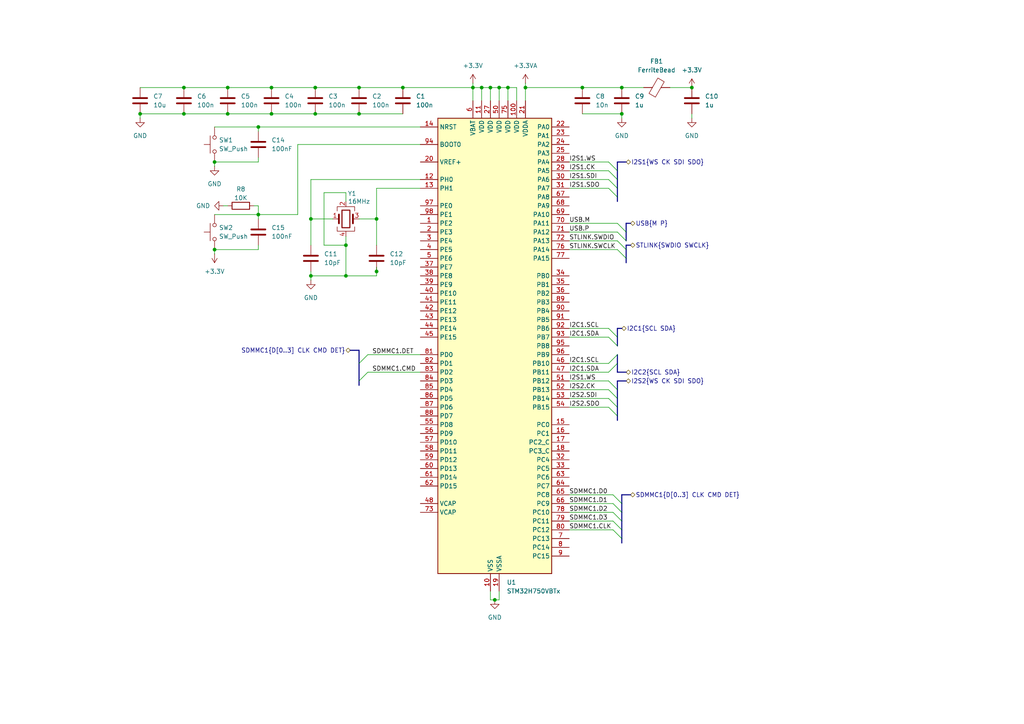
<source format=kicad_sch>
(kicad_sch (version 20250114) (generator "eeschema") (generator_version "9.0")
  (paper "A4")
  (lib_symbols
    (symbol "Device:C" (pin_numbers (hide yes)) (pin_names (offset 0.254))
      (property "Reference" "C" (at 0.635 2.54 0))
      (property "Value" "C" (at 0.635 -2.54 0))
      (symbol "C_0_1"
        (polyline (pts (xy -2.032 0.762) (xy 2.032 0.762)) (stroke (width 0.508)))
        (polyline (pts (xy -2.032 -0.762) (xy 2.032 -0.762)) (stroke (width 0.508)))
      )
      (symbol "C_1_1"
        (pin passive line (at 0 3.81 270) (length 2.794) (name "~") (number "1"))
        (pin passive line (at 0 -3.81 90) (length 2.794) (name "~") (number "2"))
      )
    )
    (symbol "Device:Crystal_GND24" (pin_names (offset 1.016) (hide yes))
      (property "Reference" "Y" (at 3.175 5.08 0))
      (property "Value" "Crystal_GND24" (at 3.175 3.175 0))
      (symbol "Crystal_GND24_0_1"
        (polyline (pts (xy -2.54 2.286) (xy -2.54 3.556) (xy 2.54 3.556) (xy 2.54 2.286)))
        (polyline (pts (xy -2.54 0) (xy -2.032 0)))
        (polyline (pts (xy -2.54 -2.286) (xy -2.54 -3.556) (xy 2.54 -3.556) (xy 2.54 -2.286)))
        (polyline (pts (xy -2.032 -1.27) (xy -2.032 1.27)) (stroke (width 0.508)))
        (rectangle (start -1.143 2.54) (end 1.143 -2.54) (stroke (width 0.3048)))
        (polyline (pts (xy 0 3.556) (xy 0 3.81)))
        (polyline (pts (xy 0 -3.81) (xy 0 -3.556)))
        (polyline (pts (xy 2.032 0) (xy 2.54 0)))
        (polyline (pts (xy 2.032 -1.27) (xy 2.032 1.27)) (stroke (width 0.508)))
      )
      (symbol "Crystal_GND24_1_1"
        (pin passive line (at -3.81 0 0) (length 1.27) (name "1") (number "1"))
        (pin passive line (at 0 5.08 270) (length 1.27) (name "2") (number "2"))
        (pin passive line (at 0 -5.08 90) (length 1.27) (name "4") (number "4"))
        (pin passive line (at 3.81 0 180) (length 1.27) (name "3") (number "3"))
      )
    )
    (symbol "Device:FerriteBead" (pin_numbers (hide yes)) (pin_names (offset 0))
      (property "Reference" "FB" (at -3.81 0.635 90))
      (property "Value" "FerriteBead" (at 3.81 0 90))
      (symbol "FerriteBead_0_1"
        (polyline (pts (xy -2.7686 0.4064) (xy -1.7018 2.2606) (xy 2.7686 -0.3048) (xy 1.6764 -2.159) (xy -2.7686 0.4064)))
        (polyline (pts (xy 0 1.27) (xy 0 1.2954)))
        (polyline (pts (xy 0 -1.27) (xy 0 -1.2192)))
      )
      (symbol "FerriteBead_1_1"
        (pin passive line (at 0 3.81 270) (length 2.54) (name "~") (number "1"))
        (pin passive line (at 0 -3.81 90) (length 2.54) (name "~") (number "2"))
      )
    )
    (symbol "Device:R" (pin_numbers (hide yes)) (pin_names (offset 0))
      (property "Reference" "R" (at 2.032 0 90))
      (property "Value" "R" (at 0 0 90))
      (symbol "R_0_1"
        (rectangle (start -1.016 -2.54) (end 1.016 2.54) (stroke (width 0.254)))
      )
      (symbol "R_1_1"
        (pin passive line (at 0 3.81 270) (length 1.27) (name "~") (number "1"))
        (pin passive line (at 0 -3.81 90) (length 1.27) (name "~") (number "2"))
      )
    )
    (symbol "MCU_ST_STM32H7:STM32H750VBTx"
      (property "Reference" "U" (at -15.24 67.31 0))
      (property "Value" "STM32H750VBTx" (at 12.7 67.31 0))
      (symbol "STM32H750VBTx_0_1"
        (rectangle (start -15.24 -66.04) (end 17.78 66.04) (stroke (width 0.254)) (fill (type background)))
      )
      (symbol "STM32H750VBTx_1_1"
        (pin input line (at -20.32 63.5 0) (length 5.08) (name "NRST") (number "14"))
        (pin input line (at -20.32 58.42 0) (length 5.08) (name "BOOT0") (number "94"))
        (pin input line (at -20.32 53.34 0) (length 5.08) (name "VREF+") (number "20"))
        (pin bidirectional line (at -20.32 48.26 0) (length 5.08) (name "PH0") (number "12"))
        (pin bidirectional line (at -20.32 45.72 0) (length 5.08) (name "PH1") (number "13"))
        (pin bidirectional line (at -20.32 40.64 0) (length 5.08) (name "PE0") (number "97"))
        (pin bidirectional line (at -20.32 38.1 0) (length 5.08) (name "PE1") (number "98"))
        (pin bidirectional line (at -20.32 35.56 0) (length 5.08) (name "PE2") (number "1"))
        (pin bidirectional line (at -20.32 33.02 0) (length 5.08) (name "PE3") (number "2"))
        (pin bidirectional line (at -20.32 30.48 0) (length 5.08) (name "PE4") (number "3"))
        (pin bidirectional line (at -20.32 27.94 0) (length 5.08) (name "PE5") (number "4"))
        (pin bidirectional line (at -20.32 25.4 0) (length 5.08) (name "PE6") (number "5"))
        (pin bidirectional line (at -20.32 22.86 0) (length 5.08) (name "PE7") (number "37"))
        (pin bidirectional line (at -20.32 20.32 0) (length 5.08) (name "PE8") (number "38"))
        (pin bidirectional line (at -20.32 17.78 0) (length 5.08) (name "PE9") (number "39"))
        (pin bidirectional line (at -20.32 15.24 0) (length 5.08) (name "PE10") (number "40"))
        (pin bidirectional line (at -20.32 12.7 0) (length 5.08) (name "PE11") (number "41"))
        (pin bidirectional line (at -20.32 10.16 0) (length 5.08) (name "PE12") (number "42"))
        (pin bidirectional line (at -20.32 7.62 0) (length 5.08) (name "PE13") (number "43"))
        (pin bidirectional line (at -20.32 5.08 0) (length 5.08) (name "PE14") (number "44"))
        (pin bidirectional line (at -20.32 2.54 0) (length 5.08) (name "PE15") (number "45"))
        (pin bidirectional line (at -20.32 -2.54 0) (length 5.08) (name "PD0") (number "81"))
        (pin bidirectional line (at -20.32 -5.08 0) (length 5.08) (name "PD1") (number "82"))
        (pin bidirectional line (at -20.32 -7.62 0) (length 5.08) (name "PD2") (number "83"))
        (pin bidirectional line (at -20.32 -10.16 0) (length 5.08) (name "PD3") (number "84"))
        (pin bidirectional line (at -20.32 -12.7 0) (length 5.08) (name "PD4") (number "85"))
        (pin bidirectional line (at -20.32 -15.24 0) (length 5.08) (name "PD5") (number "86"))
        (pin bidirectional line (at -20.32 -17.78 0) (length 5.08) (name "PD6") (number "87"))
        (pin bidirectional line (at -20.32 -20.32 0) (length 5.08) (name "PD7") (number "88"))
        (pin bidirectional line (at -20.32 -22.86 0) (length 5.08) (name "PD8") (number "55"))
        (pin bidirectional line (at -20.32 -25.4 0) (length 5.08) (name "PD9") (number "56"))
        (pin bidirectional line (at -20.32 -27.94 0) (length 5.08) (name "PD10") (number "57"))
        (pin bidirectional line (at -20.32 -30.48 0) (length 5.08) (name "PD11") (number "58"))
        (pin bidirectional line (at -20.32 -33.02 0) (length 5.08) (name "PD12") (number "59"))
        (pin bidirectional line (at -20.32 -35.56 0) (length 5.08) (name "PD13") (number "60"))
        (pin bidirectional line (at -20.32 -38.1 0) (length 5.08) (name "PD14") (number "61"))
        (pin bidirectional line (at -20.32 -40.64 0) (length 5.08) (name "PD15") (number "62"))
        (pin power_out line (at -20.32 -45.72 0) (length 5.08) (name "VCAP") (number "48"))
        (pin power_out line (at -20.32 -48.26 0) (length 5.08) (name "VCAP") (number "73"))
        (pin power_in line (at -5.08 71.12 270) (length 5.08) (name "VBAT") (number "6"))
        (pin power_in line (at -2.54 71.12 270) (length 5.08) (name "VDD") (number "11"))
        (pin power_in line (at 0 71.12 270) (length 5.08) (name "VDD") (number "27"))
        (pin power_in line (at 0 -71.12 90) (length 5.08) (name "VSS") (number "10"))
        (pin passive line (at 0 -71.12 90) (length 5.08) (hide yes) (name "VSS") (number "26"))
        (pin passive line (at 0 -71.12 90) (length 5.08) (hide yes) (name "VSS") (number "49"))
        (pin passive line (at 0 -71.12 90) (length 5.08) (hide yes) (name "VSS") (number "74"))
        (pin passive line (at 0 -71.12 90) (length 5.08) (hide yes) (name "VSS") (number "99"))
        (pin power_in line (at 2.54 71.12 270) (length 5.08) (name "VDD") (number "50"))
        (pin power_in line (at 2.54 -71.12 90) (length 5.08) (name "VSSA") (number "19"))
        (pin power_in line (at 5.08 71.12 270) (length 5.08) (name "VDD") (number "75"))
        (pin power_in line (at 7.62 71.12 270) (length 5.08) (name "VDD") (number "100"))
        (pin power_in line (at 10.16 71.12 270) (length 5.08) (name "VDDA") (number "21"))
        (pin bidirectional line (at 22.86 63.5 180) (length 5.08) (name "PA0") (number "22"))
        (pin bidirectional line (at 22.86 60.96 180) (length 5.08) (name "PA1") (number "23"))
        (pin bidirectional line (at 22.86 58.42 180) (length 5.08) (name "PA2") (number "24"))
        (pin bidirectional line (at 22.86 55.88 180) (length 5.08) (name "PA3") (number "25"))
        (pin bidirectional line (at 22.86 53.34 180) (length 5.08) (name "PA4") (number "28"))
        (pin bidirectional line (at 22.86 50.8 180) (length 5.08) (name "PA5") (number "29"))
        (pin bidirectional line (at 22.86 48.26 180) (length 5.08) (name "PA6") (number "30"))
        (pin bidirectional line (at 22.86 45.72 180) (length 5.08) (name "PA7") (number "31"))
        (pin bidirectional line (at 22.86 43.18 180) (length 5.08) (name "PA8") (number "67"))
        (pin bidirectional line (at 22.86 40.64 180) (length 5.08) (name "PA9") (number "68"))
        (pin bidirectional line (at 22.86 38.1 180) (length 5.08) (name "PA10") (number "69"))
        (pin bidirectional line (at 22.86 35.56 180) (length 5.08) (name "PA11") (number "70"))
        (pin bidirectional line (at 22.86 33.02 180) (length 5.08) (name "PA12") (number "71"))
        (pin bidirectional line (at 22.86 30.48 180) (length 5.08) (name "PA13") (number "72"))
        (pin bidirectional line (at 22.86 27.94 180) (length 5.08) (name "PA14") (number "76"))
        (pin bidirectional line (at 22.86 25.4 180) (length 5.08) (name "PA15") (number "77"))
        (pin bidirectional line (at 22.86 20.32 180) (length 5.08) (name "PB0") (number "34"))
        (pin bidirectional line (at 22.86 17.78 180) (length 5.08) (name "PB1") (number "35"))
        (pin bidirectional line (at 22.86 15.24 180) (length 5.08) (name "PB2") (number "36"))
        (pin bidirectional line (at 22.86 12.7 180) (length 5.08) (name "PB3") (number "89"))
        (pin bidirectional line (at 22.86 10.16 180) (length 5.08) (name "PB4") (number "90"))
        (pin bidirectional line (at 22.86 7.62 180) (length 5.08) (name "PB5") (number "91"))
        (pin bidirectional line (at 22.86 5.08 180) (length 5.08) (name "PB6") (number "92"))
        (pin bidirectional line (at 22.86 2.54 180) (length 5.08) (name "PB7") (number "93"))
        (pin bidirectional line (at 22.86 0 180) (length 5.08) (name "PB8") (number "95"))
        (pin bidirectional line (at 22.86 -2.54 180) (length 5.08) (name "PB9") (number "96"))
        (pin bidirectional line (at 22.86 -5.08 180) (length 5.08) (name "PB10") (number "46"))
        (pin bidirectional line (at 22.86 -7.62 180) (length 5.08) (name "PB11") (number "47"))
        (pin bidirectional line (at 22.86 -10.16 180) (length 5.08) (name "PB12") (number "51"))
        (pin bidirectional line (at 22.86 -12.7 180) (length 5.08) (name "PB13") (number "52"))
        (pin bidirectional line (at 22.86 -15.24 180) (length 5.08) (name "PB14") (number "53"))
        (pin bidirectional line (at 22.86 -17.78 180) (length 5.08) (name "PB15") (number "54"))
        (pin bidirectional line (at 22.86 -22.86 180) (length 5.08) (name "PC0") (number "15"))
        (pin bidirectional line (at 22.86 -25.4 180) (length 5.08) (name "PC1") (number "16"))
        (pin bidirectional line (at 22.86 -27.94 180) (length 5.08) (name "PC2_C") (number "17"))
        (pin bidirectional line (at 22.86 -30.48 180) (length 5.08) (name "PC3_C") (number "18"))
        (pin bidirectional line (at 22.86 -33.02 180) (length 5.08) (name "PC4") (number "32"))
        (pin bidirectional line (at 22.86 -35.56 180) (length 5.08) (name "PC5") (number "33"))
        (pin bidirectional line (at 22.86 -38.1 180) (length 5.08) (name "PC6") (number "63"))
        (pin bidirectional line (at 22.86 -40.64 180) (length 5.08) (name "PC7") (number "64"))
        (pin bidirectional line (at 22.86 -43.18 180) (length 5.08) (name "PC8") (number "65"))
        (pin bidirectional line (at 22.86 -45.72 180) (length 5.08) (name "PC9") (number "66"))
        (pin bidirectional line (at 22.86 -48.26 180) (length 5.08) (name "PC10") (number "78"))
        (pin bidirectional line (at 22.86 -50.8 180) (length 5.08) (name "PC11") (number "79"))
        (pin bidirectional line (at 22.86 -53.34 180) (length 5.08) (name "PC12") (number "80"))
        (pin bidirectional line (at 22.86 -55.88 180) (length 5.08) (name "PC13") (number "7"))
        (pin bidirectional line (at 22.86 -58.42 180) (length 5.08) (name "PC14") (number "8"))
        (pin bidirectional line (at 22.86 -60.96 180) (length 5.08) (name "PC15") (number "9"))
      )
    )
    (symbol "Switch:SW_Push" (pin_numbers (hide yes)) (pin_names (offset 1.016) (hide yes))
      (property "Reference" "SW" (at 1.27 2.54 0))
      (property "Value" "SW_Push" (at 0 -1.524 0))
      (symbol "SW_Push_0_1"
        (circle (center -2.032 0) (radius 0.508))
        (polyline (pts (xy 0 1.27) (xy 0 3.048)))
        (circle (center 2.032 0) (radius 0.508))
        (polyline (pts (xy 2.54 1.27) (xy -2.54 1.27)))
        (pin passive line (at -5.08 0 0) (length 2.54) (name "1") (number "1"))
        (pin passive line (at 5.08 0 180) (length 2.54) (name "2") (number "2"))
      )
    )
    (symbol "power:+3.3V" (power) (pin_numbers (hide yes)) (pin_names (offset 0) (hide yes))
      (property "Value" "+3.3V" (at 0 3.556 0))
      (symbol "+3.3V_0_1"
        (polyline (pts (xy -0.762 1.27) (xy 0 2.54)))
        (polyline (pts (xy 0 2.54) (xy 0.762 1.27)))
        (polyline (pts (xy 0 0) (xy 0 2.54)))
      )
      (symbol "+3.3V_1_1"
        (pin power_in line (at 0 0 90) (length 0) (name "~") (number "1"))
      )
    )
    (symbol "power:+3.3VA" (power) (pin_numbers (hide yes)) (pin_names (offset 0) (hide yes))
      (property "Value" "+3.3VA" (at 0 3.556 0))
      (symbol "+3.3VA_0_1"
        (polyline (pts (xy -0.762 1.27) (xy 0 2.54)))
        (polyline (pts (xy 0 2.54) (xy 0.762 1.27)))
        (polyline (pts (xy 0 0) (xy 0 2.54)))
      )
      (symbol "+3.3VA_1_1"
        (pin power_in line (at 0 0 90) (length 0) (name "~") (number "1"))
      )
    )
    (symbol "power:GND" (power) (pin_numbers (hide yes)) (pin_names (offset 0) (hide yes))
      (property "Value" "GND" (at 0 -3.81 0))
      (symbol "GND_0_1"
        (polyline (pts (xy 0 0) (xy 0 -1.27) (xy 1.27 -1.27) (xy 0 -2.54) (xy -1.27 -1.27) (xy 0 -1.27)))
      )
      (symbol "GND_1_1"
        (pin power_in line (at 0 0 270) (length 0) (name "~") (number "1"))
      )
    )
  )
  (junction (at 66.04 33.02))
  (junction (at 142.24 25.4))
  (junction (at 40.64 33.02))
  (junction (at 180.34 33.02))
  (junction (at 152.4 25.4))
  (junction (at 74.93 62.23))
  (junction (at 90.17 80.01))
  (junction (at 144.78 25.4))
  (junction (at 168.91 25.4))
  (junction (at 109.22 78.74))
  (junction (at 139.7 25.4))
  (junction (at 62.23 46.99))
  (junction (at 104.14 25.4))
  (junction (at 109.22 63.5))
  (junction (at 66.04 25.4))
  (junction (at 180.34 25.4))
  (junction (at 147.32 25.4))
  (junction (at 91.44 25.4))
  (junction (at 53.34 33.02))
  (junction (at 143.51 173.99))
  (junction (at 78.74 33.02))
  (junction (at 104.14 33.02))
  (junction (at 200.66 25.4))
  (junction (at 74.93 36.83))
  (junction (at 137.16 25.4))
  (junction (at 78.74 25.4))
  (junction (at 62.23 72.39))
  (junction (at 100.33 80.01))
  (junction (at 53.34 25.4))
  (junction (at 100.33 71.12))
  (junction (at 90.17 63.5))
  (junction (at 91.44 33.02))
  (junction (at 116.84 25.4))
  (bus_entry (at 179.07 49.53) (size -2.54 -2.54))
  (bus_entry (at 180.34 148.59) (size -2.54 -2.54))
  (bus_entry (at 179.07 100.33) (size -2.54 -2.54))
  (bus_entry (at 181.61 69.85) (size -2.54 -2.54))
  (bus_entry (at 180.34 151.13) (size -2.54 -2.54))
  (bus_entry (at 104.14 110.49) (size 2.54 -2.54))
  (bus_entry (at 179.07 57.15) (size -2.54 -2.54))
  (bus_entry (at 179.07 105.41) (size -2.54 2.54))
  (bus_entry (at 179.07 52.07) (size -2.54 -2.54))
  (bus_entry (at 179.07 120.65) (size -2.54 -2.54))
  (bus_entry (at 179.07 102.87) (size -2.54 2.54))
  (bus_entry (at 180.34 156.21) (size -2.54 -2.54))
  (bus_entry (at 179.07 118.11) (size -2.54 -2.54))
  (bus_entry (at 179.07 115.57) (size -2.54 -2.54))
  (bus_entry (at 180.34 153.67) (size -2.54 -2.54))
  (bus_entry (at 180.34 146.05) (size -2.54 -2.54))
  (bus_entry (at 179.07 113.03) (size -2.54 -2.54))
  (bus_entry (at 181.61 74.93) (size -2.54 -2.54))
  (bus_entry (at 179.07 54.61) (size -2.54 -2.54))
  (bus_entry (at 104.14 105.41) (size 2.54 -2.54))
  (bus_entry (at 181.61 67.31) (size -2.54 -2.54))
  (bus_entry (at 179.07 97.79) (size -2.54 -2.54))
  (bus_entry (at 181.61 72.39) (size -2.54 -2.54))
  (wire (pts (xy 165.1 105.41) (xy 176.53 105.41)))
  (wire (pts (xy 90.17 71.12) (xy 90.17 63.5)))
  (wire (pts (xy 179.07 67.31) (xy 165.1 67.31)))
  (wire (pts (xy 109.22 77.47) (xy 109.22 78.74)))
  (wire (pts (xy 168.91 33.02) (xy 180.34 33.02)))
  (wire (pts (xy 179.07 64.77) (xy 165.1 64.77)))
  (wire (pts (xy 74.93 36.83) (xy 74.93 38.1)))
  (wire (pts (xy 200.66 34.29) (xy 200.66 33.02)))
  (bus (pts (xy 179.07 100.33) (xy 179.07 97.79)))
  (bus (pts (xy 179.07 46.99) (xy 181.61 46.99)))
  (wire (pts (xy 90.17 52.07) (xy 121.92 52.07)))
  (wire (pts (xy 149.86 25.4) (xy 149.86 29.21)))
  (wire (pts (xy 62.23 46.99) (xy 74.93 46.99)))
  (wire (pts (xy 62.23 72.39) (xy 74.93 72.39)))
  (wire (pts (xy 66.04 25.4) (xy 78.74 25.4)))
  (wire (pts (xy 86.36 41.91) (xy 121.92 41.91)))
  (wire (pts (xy 109.22 54.61) (xy 121.92 54.61)))
  (bus (pts (xy 179.07 46.99) (xy 179.07 49.53)))
  (wire (pts (xy 176.53 95.25) (xy 165.1 95.25)))
  (bus (pts (xy 181.61 74.93) (xy 181.61 76.2)))
  (wire (pts (xy 177.8 148.59) (xy 165.1 148.59)))
  (bus (pts (xy 180.34 151.13) (xy 180.34 148.59)))
  (wire (pts (xy 137.16 24.13) (xy 137.16 25.4)))
  (bus (pts (xy 181.61 67.31) (xy 181.61 69.85)))
  (wire (pts (xy 78.74 25.4) (xy 91.44 25.4)))
  (wire (pts (xy 74.93 46.99) (xy 74.93 45.72)))
  (wire (pts (xy 62.23 73.66) (xy 62.23 72.39)))
  (bus (pts (xy 180.34 153.67) (xy 180.34 151.13)))
  (wire (pts (xy 96.52 63.5) (xy 90.17 63.5)))
  (wire (pts (xy 179.07 72.39) (xy 165.1 72.39)))
  (wire (pts (xy 176.53 118.11) (xy 165.1 118.11)))
  (bus (pts (xy 181.61 71.12) (xy 182.88 71.12)))
  (bus (pts (xy 181.61 67.31) (xy 181.61 64.77)))
  (wire (pts (xy 109.22 63.5) (xy 109.22 54.61)))
  (wire (pts (xy 100.33 55.88) (xy 93.98 55.88)))
  (bus (pts (xy 179.07 107.95) (xy 181.61 107.95)))
  (wire (pts (xy 64.77 59.69) (xy 66.04 59.69)))
  (wire (pts (xy 91.44 33.02) (xy 104.14 33.02)))
  (bus (pts (xy 104.14 101.6) (xy 104.14 105.41)))
  (wire (pts (xy 165.1 54.61) (xy 176.53 54.61)))
  (bus (pts (xy 179.07 95.25) (xy 180.34 95.25)))
  (wire (pts (xy 176.53 115.57) (xy 165.1 115.57)))
  (wire (pts (xy 93.98 55.88) (xy 93.98 71.12)))
  (wire (pts (xy 100.33 68.58) (xy 100.33 71.12)))
  (wire (pts (xy 100.33 80.01) (xy 109.22 80.01)))
  (wire (pts (xy 91.44 25.4) (xy 104.14 25.4)))
  (bus (pts (xy 179.07 120.65) (xy 179.07 121.92)))
  (bus (pts (xy 179.07 110.49) (xy 181.61 110.49)))
  (wire (pts (xy 74.93 59.69) (xy 74.93 62.23)))
  (bus (pts (xy 179.07 118.11) (xy 179.07 120.65)))
  (wire (pts (xy 40.64 33.02) (xy 53.34 33.02)))
  (wire (pts (xy 137.16 29.21) (xy 137.16 25.4)))
  (wire (pts (xy 109.22 71.12) (xy 109.22 63.5)))
  (wire (pts (xy 106.68 102.87) (xy 121.92 102.87)))
  (bus (pts (xy 179.07 105.41) (xy 179.07 102.87)))
  (wire (pts (xy 86.36 62.23) (xy 86.36 41.91)))
  (wire (pts (xy 40.64 25.4) (xy 53.34 25.4)))
  (bus (pts (xy 181.61 64.77) (xy 182.88 64.77)))
  (wire (pts (xy 139.7 25.4) (xy 142.24 25.4)))
  (wire (pts (xy 152.4 25.4) (xy 168.91 25.4)))
  (bus (pts (xy 104.14 105.41) (xy 104.14 110.49)))
  (wire (pts (xy 90.17 81.28) (xy 90.17 80.01)))
  (wire (pts (xy 139.7 25.4) (xy 139.7 29.21)))
  (wire (pts (xy 62.23 36.83) (xy 74.93 36.83)))
  (wire (pts (xy 144.78 25.4) (xy 147.32 25.4)))
  (wire (pts (xy 137.16 25.4) (xy 139.7 25.4)))
  (wire (pts (xy 177.8 151.13) (xy 165.1 151.13)))
  (bus (pts (xy 179.07 52.07) (xy 179.07 49.53)))
  (bus (pts (xy 181.61 72.39) (xy 181.61 74.93)))
  (wire (pts (xy 62.23 62.23) (xy 74.93 62.23)))
  (wire (pts (xy 40.64 34.29) (xy 40.64 33.02)))
  (wire (pts (xy 186.69 25.4) (xy 180.34 25.4)))
  (wire (pts (xy 104.14 63.5) (xy 109.22 63.5)))
  (bus (pts (xy 179.07 97.79) (xy 179.07 95.25)))
  (bus (pts (xy 180.34 156.21) (xy 180.34 153.67)))
  (wire (pts (xy 90.17 63.5) (xy 90.17 52.07)))
  (wire (pts (xy 100.33 71.12) (xy 100.33 80.01)))
  (wire (pts (xy 78.74 33.02) (xy 91.44 33.02)))
  (wire (pts (xy 200.66 25.4) (xy 194.31 25.4)))
  (bus (pts (xy 180.34 157.48) (xy 180.34 156.21)))
  (wire (pts (xy 62.23 48.26) (xy 62.23 46.99)))
  (wire (pts (xy 176.53 110.49) (xy 165.1 110.49)))
  (wire (pts (xy 165.1 49.53) (xy 176.53 49.53)))
  (wire (pts (xy 176.53 97.79) (xy 165.1 97.79)))
  (wire (pts (xy 100.33 58.42) (xy 100.33 55.88)))
  (wire (pts (xy 90.17 80.01) (xy 90.17 78.74)))
  (wire (pts (xy 168.91 25.4) (xy 180.34 25.4)))
  (wire (pts (xy 137.16 25.4) (xy 116.84 25.4)))
  (wire (pts (xy 152.4 24.13) (xy 152.4 25.4)))
  (wire (pts (xy 147.32 25.4) (xy 147.32 29.21)))
  (wire (pts (xy 74.93 62.23) (xy 86.36 62.23)))
  (wire (pts (xy 176.53 113.03) (xy 165.1 113.03)))
  (wire (pts (xy 104.14 25.4) (xy 116.84 25.4)))
  (wire (pts (xy 180.34 34.29) (xy 180.34 33.02)))
  (bus (pts (xy 104.14 110.49) (xy 104.14 111.76)))
  (wire (pts (xy 109.22 80.01) (xy 109.22 78.74)))
  (bus (pts (xy 180.34 146.05) (xy 180.34 143.51)))
  (bus (pts (xy 179.07 113.03) (xy 179.07 115.57)))
  (wire (pts (xy 176.53 52.07) (xy 165.1 52.07)))
  (wire (pts (xy 144.78 171.45) (xy 144.78 173.99)))
  (bus (pts (xy 180.34 143.51) (xy 182.88 143.51)))
  (wire (pts (xy 104.14 33.02) (xy 116.84 33.02)))
  (bus (pts (xy 181.61 71.12) (xy 181.61 72.39)))
  (wire (pts (xy 66.04 33.02) (xy 78.74 33.02)))
  (wire (pts (xy 179.07 69.85) (xy 165.1 69.85)))
  (wire (pts (xy 143.51 173.99) (xy 144.78 173.99)))
  (wire (pts (xy 53.34 25.4) (xy 66.04 25.4)))
  (wire (pts (xy 74.93 62.23) (xy 74.93 63.5)))
  (wire (pts (xy 142.24 171.45) (xy 142.24 173.99)))
  (wire (pts (xy 53.34 33.02) (xy 66.04 33.02)))
  (wire (pts (xy 73.66 59.69) (xy 74.93 59.69)))
  (wire (pts (xy 90.17 80.01) (xy 100.33 80.01)))
  (wire (pts (xy 144.78 25.4) (xy 144.78 29.21)))
  (wire (pts (xy 177.8 146.05) (xy 165.1 146.05)))
  (wire (pts (xy 74.93 36.83) (xy 121.92 36.83)))
  (wire (pts (xy 165.1 46.99) (xy 176.53 46.99)))
  (wire (pts (xy 106.68 107.95) (xy 121.92 107.95)))
  (wire (pts (xy 142.24 25.4) (xy 144.78 25.4)))
  (wire (pts (xy 147.32 25.4) (xy 149.86 25.4)))
  (wire (pts (xy 93.98 71.12) (xy 100.33 71.12)))
  (bus (pts (xy 179.07 58.42) (xy 179.07 57.15)))
  (bus (pts (xy 180.34 148.59) (xy 180.34 146.05)))
  (wire (pts (xy 177.8 143.51) (xy 165.1 143.51)))
  (wire (pts (xy 142.24 25.4) (xy 142.24 29.21)))
  (bus (pts (xy 179.07 110.49) (xy 179.07 113.03)))
  (bus (pts (xy 179.07 105.41) (xy 179.07 107.95)))
  (wire (pts (xy 152.4 25.4) (xy 152.4 29.21)))
  (wire (pts (xy 177.8 153.67) (xy 165.1 153.67)))
  (bus (pts (xy 179.07 115.57) (xy 179.07 118.11)))
  (wire (pts (xy 74.93 72.39) (xy 74.93 71.12)))
  (bus (pts (xy 179.07 57.15) (xy 179.07 54.61)))
  (wire (pts (xy 142.24 173.99) (xy 143.51 173.99)))
  (bus (pts (xy 179.07 54.61) (xy 179.07 52.07)))
  (wire (pts (xy 176.53 107.95) (xy 165.1 107.95)))
  (bus (pts (xy 101.6 101.6) (xy 104.14 101.6)))
  (label "I2S2.SDO" (at 165.1 118.11 0))
  (label "I2S1.SDI" (at 165.1 52.07 0))
  (label "I2S1.WS" (at 165.1 110.49 0))
  (label "I2S1.WS" (at 165.1 46.99 0))
  (label "I2C1.SDA" (at 165.1 107.95 0))
  (label "SDMMC1.DET" (at 107.95 102.87 0))
  (label "I2S1.SDO" (at 165.1 54.61 0))
  (label "SDMMC1.CLK" (at 165.1 153.67 0))
  (label "I2S2.CK" (at 165.1 113.03 0))
  (label "I2C1.SDA" (at 165.1 97.79 0))
  (label "I2S1.CK" (at 165.1 49.53 0))
  (label "USB.M" (at 165.1 64.77 0))
  (label "SDMMC1.D3" (at 165.1 151.13 0))
  (label "SDMMC1.D2" (at 165.1 148.59 0))
  (label "SDMMC1.D0" (at 165.1 143.51 0))
  (label "I2C1.SCL" (at 165.1 105.41 0))
  (label "I2C1.SCL" (at 165.1 95.25 0))
  (label "SDMMC1.CMD" (at 107.95 107.95 0))
  (label "STLINK.SWDIO" (at 165.1 69.85 0))
  (label "I2S2.SDI" (at 165.1 115.57 0))
  (label "SDMMC1.D1" (at 165.1 146.05 0))
  (label "STLINK.SWCLK" (at 165.1 72.39 0))
  (label "USB.P" (at 165.1 67.31 0))
  (hierarchical_label "I2S2{WS CK SDI SDO}" (shape bidirectional) (at 181.61 110.49 0))
  (hierarchical_label "I2C2{SCL SDA}" (shape bidirectional) (at 181.61 107.95 0))
  (hierarchical_label "STLINK{SWDIO SWCLK}" (shape bidirectional) (at 182.88 71.12 0))
  (hierarchical_label "USB{M P}" (shape bidirectional) (at 182.88 64.77 0))
  (hierarchical_label "SDMMC1{D[0..3] CLK CMD DET}" (shape bidirectional) (at 101.6 101.6 180))
  (hierarchical_label "I2S1{WS CK SDI SDO}" (shape bidirectional) (at 181.61 46.99 0))
  (hierarchical_label "I2C1{SCL SDA}" (shape bidirectional) (at 180.34 95.25 0))
  (hierarchical_label "SDMMC1{D[0..3] CLK CMD DET}" (shape bidirectional) (at 182.88 143.51 0))
  (symbol (lib_id "power:GND") (at 64.77 59.69 270) (unit 1)
    (property "Reference" "#PWR013" (effects (hide yes)))
    (property "Value" "GND" (at 60.96 59.6899 90) (effects (justify right)))
    (property "Description" "Power symbol creates a global label with name \"GND\" , ground" (effects (hide yes)))
  )
  (symbol (lib_id "Device:C") (at 53.34 29.21 0) (unit 1)
    (property "Reference" "C6" (at 57.15 27.9399 0) (effects (justify left)))
    (property "Value" "100n" (at 57.15 30.4799 0) (effects (justify left)))
    (property "Description" "Unpolarized capacitor" (effects (hide yes)))
  )
  (symbol (lib_id "power:GND") (at 40.64 34.29 0) (unit 1)
    (property "Reference" "#PWR02" (effects (hide yes)))
    (property "Value" "GND" (at 40.64 39.37 0))
    (property "Description" "Power symbol creates a global label with name \"GND\" , ground" (effects (hide yes)))
  )
  (symbol (lib_id "power:GND") (at 200.66 34.29 0) (unit 1)
    (property "Reference" "#PWR06" (effects (hide yes)))
    (property "Value" "GND" (at 200.66 39.37 0))
    (property "Description" "Power symbol creates a global label with name \"GND\" , ground" (effects (hide yes)))
  )
  (symbol (lib_id "power:GND") (at 143.51 173.99 0) (unit 1)
    (property "Reference" "#PWR08" (effects (hide yes)))
    (property "Value" "GND" (at 143.51 179.07 0))
    (property "Description" "Power symbol creates a global label with name \"GND\" , ground" (effects (hide yes)))
  )
  (symbol (lib_id "power:+3.3V") (at 200.66 25.4 0) (unit 1)
    (property "Reference" "#PWR05" (effects (hide yes)))
    (property "Value" "+3.3V" (at 200.66 20.32 0))
    (property "Description" "Power symbol creates a global label with name \"+3.3V\"" (effects (hide yes)))
  )
  (symbol (lib_id "Device:C") (at 109.22 74.93 0) (unit 1)
    (property "Reference" "C12" (at 113.03 73.6599 0) (effects (justify left)))
    (property "Value" "10pF" (at 113.03 76.1999 0) (effects (justify left)))
    (property "Description" "Unpolarized capacitor" (effects (hide yes)))
  )
  (symbol (lib_id "Switch:SW_Push") (at 62.23 67.31 90) (unit 1)
    (property "Reference" "SW2" (at 63.5 66.0399 90) (effects (justify right)))
    (property "Value" "SW_Push" (at 63.5 68.5799 90) (effects (justify right)))
    (property "Description" "Push button switch, generic, two pins" (effects (hide yes)))
  )
  (symbol (lib_id "Device:C") (at 180.34 29.21 0) (unit 1)
    (property "Reference" "C9" (at 184.15 27.9399 0) (effects (justify left)))
    (property "Value" "1u" (at 184.15 30.4799 0) (effects (justify left)))
    (property "Description" "Unpolarized capacitor" (effects (hide yes)))
  )
  (symbol (lib_id "Device:R") (at 69.85 59.69 90) (unit 1)
    (property "Reference" "R8" (at 69.85 54.864 90))
    (property "Value" "10K" (at 69.85 57.404 90))
    (property "Description" "Resistor" (effects (hide yes)))
  )
  (symbol (lib_id "Device:C") (at 91.44 29.21 0) (unit 1)
    (property "Reference" "C3" (at 95.25 27.9399 0) (effects (justify left)))
    (property "Value" "100n" (at 95.25 30.4799 0) (effects (justify left)))
    (property "Description" "Unpolarized capacitor" (effects (hide yes)))
  )
  (symbol (lib_id "Device:C") (at 74.93 41.91 0) (unit 1)
    (property "Reference" "C14" (at 78.74 40.6399 0) (effects (justify left)))
    (property "Value" "100nF" (at 78.74 43.1799 0) (effects (justify left)))
    (property "Description" "Unpolarized capacitor" (effects (hide yes)))
  )
  (symbol (lib_id "Device:FerriteBead") (at 190.5 25.4 90) (unit 1)
    (property "Reference" "FB1" (at 190.4492 17.78 90))
    (property "Value" "FerriteBead" (at 190.4492 20.32 90))
    (property "Description" "Ferrite bead" (effects (hide yes)))
  )
  (symbol (lib_id "power:GND") (at 90.17 81.28 0) (unit 1)
    (property "Reference" "#PWR07" (effects (hide yes)))
    (property "Value" "GND" (at 90.17 86.36 0))
    (property "Description" "Power symbol creates a global label with name \"GND\" , ground" (effects (hide yes)))
  )
  (symbol (lib_id "power:GND") (at 180.34 34.29 0) (unit 1)
    (property "Reference" "#PWR04" (effects (hide yes)))
    (property "Value" "GND" (at 180.34 39.37 0))
    (property "Description" "Power symbol creates a global label with name \"GND\" , ground" (effects (hide yes)))
  )
  (symbol (lib_id "power:+3.3V") (at 137.16 24.13 0) (unit 1)
    (property "Reference" "#PWR01" (effects (hide yes)))
    (property "Value" "+3.3V" (at 137.16 19.05 0))
    (property "Description" "Power symbol creates a global label with name \"+3.3V\"" (effects (hide yes)))
  )
  (symbol (lib_id "Device:Crystal_GND24") (at 100.33 63.5 0) (unit 1)
    (property "Reference" "Y1" (at 102.108 56.134 0))
    (property "Value" "16MHz" (at 104.14 58.42 0))
    (property "Description" "Four pin crystal, GND on pins 2 and 4" (effects (hide yes)))
  )
  (symbol (lib_id "Device:C") (at 90.17 74.93 0) (unit 1)
    (property "Reference" "C11" (at 93.98 73.6599 0) (effects (justify left)))
    (property "Value" "10pF" (at 93.98 76.1999 0) (effects (justify left)))
    (property "Description" "Unpolarized capacitor" (effects (hide yes)))
  )
  (symbol (lib_id "Device:C") (at 200.66 29.21 0) (unit 1)
    (property "Reference" "C10" (at 204.47 27.9399 0) (effects (justify left)))
    (property "Value" "1u" (at 204.47 30.4799 0) (effects (justify left)))
    (property "Description" "Unpolarized capacitor" (effects (hide yes)))
  )
  (symbol (lib_id "Device:C") (at 40.64 29.21 0) (unit 1)
    (property "Reference" "C7" (at 44.45 27.9399 0) (effects (justify left)))
    (property "Value" "10u" (at 44.45 30.4799 0) (effects (justify left)))
    (property "Description" "Unpolarized capacitor" (effects (hide yes)))
  )
  (symbol (lib_id "MCU_ST_STM32H7:STM32H750VBTx") (at 142.24 100.33 0) (unit 1)
    (property "Reference" "U1" (at 146.9741 168.91 0) (effects (justify left)))
    (property "Value" "STM32H750VBTx" (at 146.9741 171.45 0) (effects (justify left)))
    (property "Footprint" "Package_QFP:LQFP-100_14x14mm_P0.5mm" (effects (hide yes)))
    (property "Datasheet" "https://www.st.com/resource/en/datasheet/stm32h750vb.pdf" (effects (hide yes)))
    (property "Description" "STMicroelectronics Arm Cortex-M7 MCU, 128KB flash, 1024KB RAM, 480 MHz, 1.71-3.6V, 82 GPIO, LQFP100" (effects (hide yes)))
  )
  (symbol (lib_id "power:+3.3V") (at 62.23 73.66 180) (unit 1)
    (property "Reference" "#PWR014" (effects (hide yes)))
    (property "Value" "+3.3V" (at 62.23 78.74 0))
    (property "Description" "Power symbol creates a global label with name \"+3.3V\"" (effects (hide yes)))
  )
  (symbol (lib_id "Switch:SW_Push") (at 62.23 41.91 90) (unit 1)
    (property "Reference" "SW1" (at 63.5 40.6399 90) (effects (justify right)))
    (property "Value" "SW_Push" (at 63.5 43.1799 90) (effects (justify right)))
    (property "Description" "Push button switch, generic, two pins" (effects (hide yes)))
  )
  (symbol (lib_id "Device:C") (at 168.91 29.21 0) (unit 1)
    (property "Reference" "C8" (at 172.72 27.9399 0) (effects (justify left)))
    (property "Value" "10n" (at 172.72 30.4799 0) (effects (justify left)))
    (property "Description" "Unpolarized capacitor" (effects (hide yes)))
  )
  (symbol (lib_id "Device:C") (at 104.14 29.21 0) (unit 1)
    (property "Reference" "C2" (at 107.95 27.9399 0) (effects (justify left)))
    (property "Value" "100n" (at 107.95 30.4799 0) (effects (justify left)))
    (property "Description" "Unpolarized capacitor" (effects (hide yes)))
  )
  (symbol (lib_id "Device:C") (at 74.93 67.31 0) (unit 1)
    (property "Reference" "C15" (at 78.74 66.0399 0) (effects (justify left)))
    (property "Value" "100nF" (at 78.74 68.5799 0) (effects (justify left)))
    (property "Description" "Unpolarized capacitor" (effects (hide yes)))
  )
  (symbol (lib_id "power:GND") (at 62.23 48.26 0) (unit 1)
    (property "Reference" "#PWR012" (effects (hide yes)))
    (property "Value" "GND" (at 62.23 53.34 0))
    (property "Description" "Power symbol creates a global label with name \"GND\" , ground" (effects (hide yes)))
  )
  (symbol (lib_id "Device:C") (at 66.04 29.21 0) (unit 1)
    (property "Reference" "C5" (at 69.85 27.9399 0) (effects (justify left)))
    (property "Value" "100n" (at 69.85 30.4799 0) (effects (justify left)))
    (property "Description" "Unpolarized capacitor" (effects (hide yes)))
  )
  (symbol (lib_id "power:+3.3VA") (at 152.4 24.13 0) (unit 1)
    (property "Reference" "#PWR03" (effects (hide yes)))
    (property "Value" "+3.3VA" (at 152.4 19.05 0))
    (property "Description" "Power symbol creates a global label with name \"+3.3VA\"" (effects (hide yes)))
  )
  (symbol (lib_id "Device:C") (at 78.74 29.21 0) (unit 1)
    (property "Reference" "C4" (at 82.55 27.9399 0) (effects (justify left)))
    (property "Value" "100n" (at 82.55 30.4799 0) (effects (justify left)))
    (property "Description" "Unpolarized capacitor" (effects (hide yes)))
  )
  (symbol (lib_id "Device:C") (at 116.84 29.21 0) (unit 1)
    (property "Reference" "C1" (at 120.65 27.9399 0) (effects (justify left)))
    (property "Value" "100n" (at 120.65 30.4799 0) (effects (justify left)))
    (property "Description" "Unpolarized capacitor" (effects (hide yes)))
  )
)
</source>
